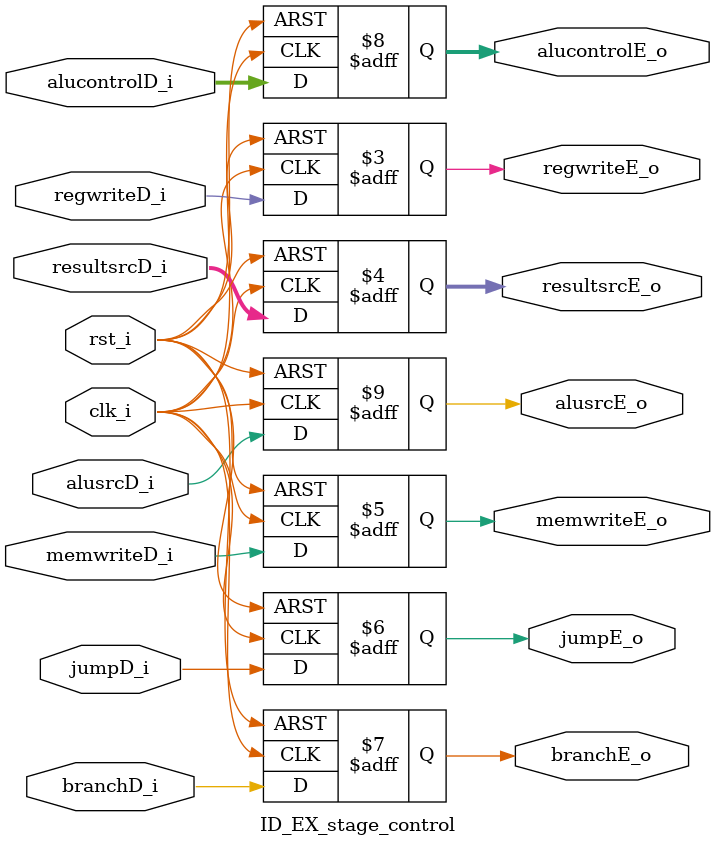
<source format=sv>
`timescale 1ns / 1ps


module ID_EX_stage_control(

    input   logic       clk_i,
    input   logic       rst_i,
    
    input   logic       regwriteD_i,
    input   logic [1:0] resultsrcD_i,
    input   logic       memwriteD_i,
    input   logic       jumpD_i,
    input   logic       branchD_i,
    input   logic [2:0] alucontrolD_i,
    input   logic       alusrcD_i,
    
    output  logic       regwriteE_o,
    output  logic [1:0] resultsrcE_o,
    output  logic       memwriteE_o,
    output  logic       jumpE_o,
    output  logic       branchE_o,
    output  logic [2:0] alucontrolE_o,
    output  logic       alusrcE_o
    
    );
    
    always_ff @(posedge clk_i, negedge rst_i) begin
        if (!rst_i)begin
        
            regwriteE_o    <= '0;
            resultsrcE_o   <= '0;
            memwriteE_o    <= '0;
            jumpE_o        <= '0;
            branchE_o      <= '0;
            alucontrolE_o  <= '0;
            alusrcE_o      <= '0;

            end
            
        else begin
            regwriteE_o    <=  regwriteD_i;
            resultsrcE_o   <=  resultsrcD_i;
            memwriteE_o    <=  memwriteD_i;
            jumpE_o        <=  jumpD_i;
            branchE_o      <=  branchD_i;
            alucontrolE_o  <=  alucontrolD_i;
            alusrcE_o      <=  alusrcD_i;
            
            end
        
    end

endmodule

</source>
